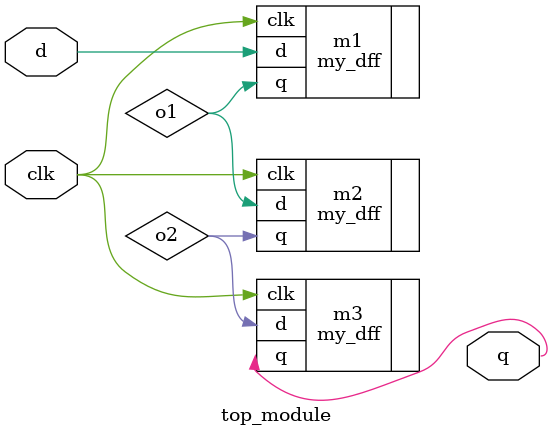
<source format=v>
module top_module ( input clk, input d, output q );
  wire o1, o2;

  my_dff m1(.clk(clk), .d(d), .q(o1));
  my_dff m2(.clk(clk), .d(o1), .q(o2));
  my_dff m3(.clk(clk), .d(o2), .q(q));
endmodule

</source>
